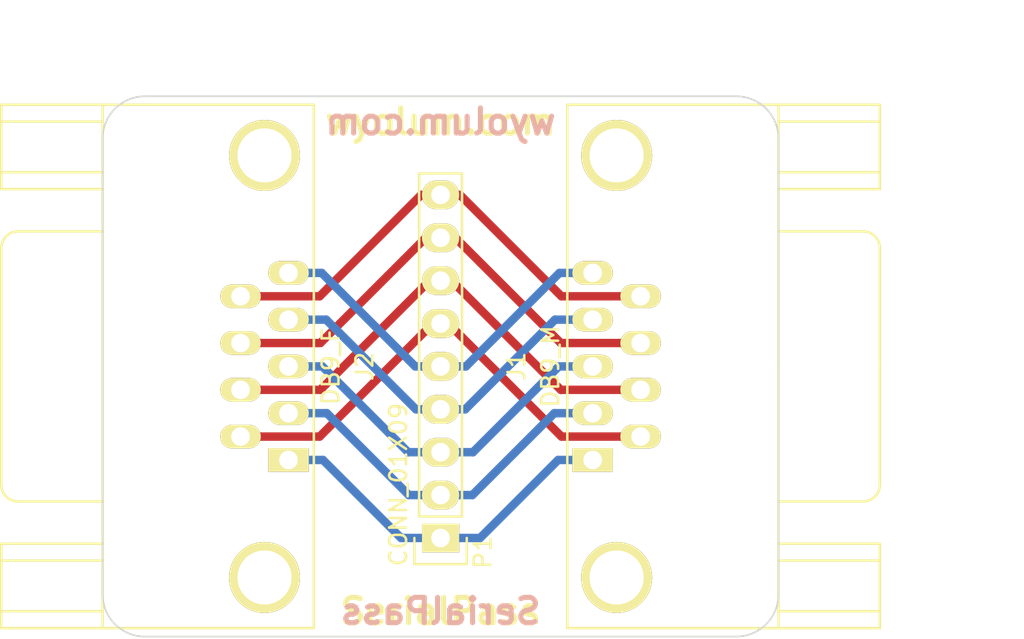
<source format=kicad_pcb>
(kicad_pcb (version 4) (host pcbnew 0.201503050816+5478~22~ubuntu14.10.1-product)

  (general
    (links 18)
    (no_connects 0)
    (area 13.670999 14.65 76.000001 52.050001)
    (thickness 1.6)
    (drawings 14)
    (tracks 56)
    (zones 0)
    (modules 3)
    (nets 10)
  )

  (page A4)
  (layers
    (0 F.Cu signal)
    (31 B.Cu signal)
    (32 B.Adhes user)
    (33 F.Adhes user)
    (34 B.Paste user)
    (35 F.Paste user)
    (36 B.SilkS user)
    (37 F.SilkS user)
    (38 B.Mask user)
    (39 F.Mask user)
    (40 Dwgs.User user)
    (41 Cmts.User user)
    (42 Eco1.User user)
    (43 Eco2.User user)
    (44 Edge.Cuts user)
    (45 Margin user)
    (46 B.CrtYd user)
    (47 F.CrtYd user)
    (48 B.Fab user)
    (49 F.Fab user)
  )

  (setup
    (last_trace_width 0.5)
    (user_trace_width 0.5)
    (user_trace_width 1)
    (user_trace_width 1.5)
    (user_trace_width 2)
    (trace_clearance 0.254)
    (zone_clearance 0.508)
    (zone_45_only no)
    (trace_min 0.254)
    (segment_width 0.2)
    (edge_width 0.1)
    (via_size 0.889)
    (via_drill 0.635)
    (via_min_size 0.889)
    (via_min_drill 0.508)
    (uvia_size 0.508)
    (uvia_drill 0.127)
    (uvias_allowed no)
    (uvia_min_size 0.508)
    (uvia_min_drill 0.127)
    (pcb_text_width 0.3)
    (pcb_text_size 1.5 1.5)
    (mod_edge_width 0.15)
    (mod_text_size 1 1)
    (mod_text_width 0.15)
    (pad_size 1.5 1.5)
    (pad_drill 0.6)
    (pad_to_mask_clearance 0)
    (aux_axis_origin 0 0)
    (visible_elements 7FFFFFFF)
    (pcbplotparams
      (layerselection 0x010f0_80000001)
      (usegerberextensions false)
      (excludeedgelayer false)
      (linewidth 0.100000)
      (plotframeref false)
      (viasonmask false)
      (mode 1)
      (useauxorigin false)
      (hpglpennumber 1)
      (hpglpenspeed 20)
      (hpglpendiameter 15)
      (hpglpenoverlay 2)
      (psnegative false)
      (psa4output false)
      (plotreference true)
      (plotvalue true)
      (plotinvisibletext false)
      (padsonsilk false)
      (subtractmaskfromsilk false)
      (outputformat 1)
      (mirror false)
      (drillshape 0)
      (scaleselection 1)
      (outputdirectory gerber/))
  )

  (net 0 "")
  (net 1 "Net-(J1-Pad1)")
  (net 2 "Net-(J1-Pad2)")
  (net 3 "Net-(J1-Pad3)")
  (net 4 "Net-(J1-Pad4)")
  (net 5 "Net-(J1-Pad5)")
  (net 6 "Net-(J1-Pad6)")
  (net 7 "Net-(J1-Pad7)")
  (net 8 "Net-(J1-Pad8)")
  (net 9 "Net-(J1-Pad9)")

  (net_class Default "This is the default net class."
    (clearance 0.254)
    (trace_width 0.254)
    (via_dia 0.889)
    (via_drill 0.635)
    (uvia_dia 0.508)
    (uvia_drill 0.127)
  )

  (net_class 0.5 ""
    (clearance 0.254)
    (trace_width 0.5)
    (via_dia 0.889)
    (via_drill 0.635)
    (uvia_dia 0.508)
    (uvia_drill 0.127)
  )

  (net_class 1.0 ""
    (clearance 0.254)
    (trace_width 1)
    (via_dia 0.889)
    (via_drill 0.635)
    (uvia_dia 0.508)
    (uvia_drill 0.127)
    (add_net "Net-(J1-Pad1)")
    (add_net "Net-(J1-Pad2)")
    (add_net "Net-(J1-Pad3)")
    (add_net "Net-(J1-Pad4)")
    (add_net "Net-(J1-Pad5)")
    (add_net "Net-(J1-Pad6)")
    (add_net "Net-(J1-Pad7)")
    (add_net "Net-(J1-Pad8)")
    (add_net "Net-(J1-Pad9)")
  )

  (net_class 1.5 ""
    (clearance 0.254)
    (trace_width 1.5)
    (via_dia 0.889)
    (via_drill 0.635)
    (uvia_dia 0.508)
    (uvia_drill 0.127)
  )

  (module serialpass:Pin_Header_Straight_1x09 (layer F.Cu) (tedit 5501E042) (tstamp 5501DB1A)
    (at 40 36 180)
    (descr "Through hole pin header")
    (tags "pin header")
    (path /5501C716)
    (fp_text reference P1 (at -2.5 -11 270) (layer F.SilkS)
      (effects (font (size 1 1) (thickness 0.15)))
    )
    (fp_text value CONN_01X09 (at 2.5 -7 270) (layer F.SilkS)
      (effects (font (size 1 1) (thickness 0.15)))
    )
    (fp_line (start -1.75 -11.91) (end -1.75 11.94) (layer F.CrtYd) (width 0.05))
    (fp_line (start 1.75 -11.91) (end 1.75 11.94) (layer F.CrtYd) (width 0.05))
    (fp_line (start -1.75 -11.91) (end 1.75 -11.91) (layer F.CrtYd) (width 0.05))
    (fp_line (start -1.75 11.94) (end 1.75 11.94) (layer F.CrtYd) (width 0.05))
    (fp_line (start 1.27 -8.89) (end 1.27 11.43) (layer F.SilkS) (width 0.15))
    (fp_line (start 1.27 11.43) (end -1.27 11.43) (layer F.SilkS) (width 0.15))
    (fp_line (start -1.27 11.43) (end -1.27 -8.89) (layer F.SilkS) (width 0.15))
    (fp_line (start 1.55 -11.71) (end 1.55 -10.16) (layer F.SilkS) (width 0.15))
    (fp_line (start 1.27 -8.89) (end -1.27 -8.89) (layer F.SilkS) (width 0.15))
    (fp_line (start -1.55 -10.16) (end -1.55 -11.71) (layer F.SilkS) (width 0.15))
    (fp_line (start -1.55 -11.71) (end 1.55 -11.71) (layer F.SilkS) (width 0.15))
    (pad 1 thru_hole rect (at 0 -10.16 180) (size 2.2 1.7) (drill 1.1) (layers *.Cu *.Mask F.SilkS)
      (net 1 "Net-(J1-Pad1)"))
    (pad 2 thru_hole oval (at 0 -7.62 180) (size 2.2 1.7) (drill 1.1) (layers *.Cu *.Mask F.SilkS)
      (net 2 "Net-(J1-Pad2)"))
    (pad 3 thru_hole oval (at 0 -5.08 180) (size 2.2 1.7) (drill 1.1) (layers *.Cu *.Mask F.SilkS)
      (net 3 "Net-(J1-Pad3)"))
    (pad 4 thru_hole oval (at 0 -2.54 180) (size 2.2 1.7) (drill 1.1) (layers *.Cu *.Mask F.SilkS)
      (net 4 "Net-(J1-Pad4)"))
    (pad 5 thru_hole oval (at 0 0 180) (size 2.2 1.7) (drill 1.1) (layers *.Cu *.Mask F.SilkS)
      (net 5 "Net-(J1-Pad5)"))
    (pad 6 thru_hole oval (at 0 2.54 180) (size 2.2 1.7) (drill 1.1) (layers *.Cu *.Mask F.SilkS)
      (net 6 "Net-(J1-Pad6)"))
    (pad 7 thru_hole oval (at 0 5.08 180) (size 2.2 1.7) (drill 1.1) (layers *.Cu *.Mask F.SilkS)
      (net 7 "Net-(J1-Pad7)"))
    (pad 8 thru_hole oval (at 0 7.62 180) (size 2.2 1.7) (drill 1.1) (layers *.Cu *.Mask F.SilkS)
      (net 8 "Net-(J1-Pad8)"))
    (pad 9 thru_hole oval (at 0 10.16 180) (size 2.2 1.7) (drill 1.1) (layers *.Cu *.Mask F.SilkS)
      (net 9 "Net-(J1-Pad9)"))
    (model Pin_Headers.3dshapes/Pin_Header_Straight_1x09.wrl
      (at (xyz 0 -0.4 0))
      (scale (xyz 1 1 1))
      (rotate (xyz 0 0 90))
    )
  )

  (module serialpass:DB9FC (layer F.Cu) (tedit 5501E048) (tstamp 5501D745)
    (at 31 36 270)
    (descr "Connecteur DB9 male couche")
    (tags "CONN DB9")
    (path /5501C656)
    (fp_text reference J2 (at 0 -4.5 270) (layer F.SilkS)
      (effects (font (size 1 1) (thickness 0.15)))
    )
    (fp_text value DB9_F (at 0 -2.5 270) (layer F.SilkS)
      (effects (font (size 1 1) (thickness 0.15)))
    )
    (fp_line (start -7 17) (end 0 17) (layer F.SilkS) (width 0.15))
    (fp_line (start -8 16) (end -8 11) (layer F.SilkS) (width 0.15))
    (fp_line (start 7 17) (end 0 17) (layer F.SilkS) (width 0.15))
    (fp_line (start 8 16) (end 8 11) (layer F.SilkS) (width 0.15))
    (fp_arc (start 7 16) (end 8 16) (angle 90) (layer F.SilkS) (width 0.15))
    (fp_arc (start -7 16) (end -7 17) (angle 90) (layer F.SilkS) (width 0.15))
    (fp_line (start -11.5 11) (end -11.5 17) (layer F.SilkS) (width 0.15))
    (fp_line (start -14.5 17) (end -14.5 11) (layer F.SilkS) (width 0.15))
    (fp_line (start 14.5 17) (end 14.5 11) (layer F.SilkS) (width 0.15))
    (fp_line (start 11.5 17) (end 11.5 11) (layer F.SilkS) (width 0.15))
    (fp_line (start 15.5 11) (end 15.5 17) (layer F.SilkS) (width 0.15))
    (fp_line (start 15.5 17) (end 10.5 17) (layer F.SilkS) (width 0.15))
    (fp_line (start 10.5 17) (end 10.5 11) (layer F.SilkS) (width 0.15))
    (fp_line (start -15.5 11) (end -15.5 17) (layer F.SilkS) (width 0.15))
    (fp_line (start -15.5 17) (end -10.5 17) (layer F.SilkS) (width 0.15))
    (fp_line (start -10.5 17) (end -10.5 11) (layer F.SilkS) (width 0.15))
    (fp_line (start -15.5 -1.5) (end 0 -1.5) (layer F.SilkS) (width 0.15))
    (fp_line (start 0 -1.5) (end 15.5 -1.5) (layer F.SilkS) (width 0.15))
    (fp_line (start 15.5 -1.5) (end 15.5 11) (layer F.SilkS) (width 0.15))
    (fp_line (start -15.5 11) (end -15.5 -1.5) (layer F.SilkS) (width 0.15))
    (fp_line (start 0 11) (end 15.5 11) (layer F.SilkS) (width 0.15))
    (fp_line (start 0 11) (end -15.5 11) (layer F.SilkS) (width 0.15))
    (pad "" thru_hole circle (at 12.5 1.42 270) (size 4.2 4.2) (drill 3.2) (layers *.Cu *.Mask F.SilkS))
    (pad "" thru_hole circle (at -12.5 1.42 270) (size 4.2 4.2) (drill 3.2) (layers *.Cu *.Mask F.SilkS))
    (pad 1 thru_hole rect (at 5.54 0 270) (size 1.4 2.4) (drill 1.1) (layers *.Cu *.Mask F.SilkS)
      (net 1 "Net-(J1-Pad1)"))
    (pad 2 thru_hole oval (at 2.77 0 270) (size 1.4 2.4) (drill 1.1) (layers *.Cu *.Mask F.SilkS)
      (net 2 "Net-(J1-Pad2)"))
    (pad 3 thru_hole oval (at 0 0 270) (size 1.4 2.4) (drill 1.1) (layers *.Cu *.Mask F.SilkS)
      (net 3 "Net-(J1-Pad3)"))
    (pad 4 thru_hole oval (at -2.77 0 270) (size 1.4 2.4) (drill 1.1) (layers *.Cu *.Mask F.SilkS)
      (net 4 "Net-(J1-Pad4)"))
    (pad 5 thru_hole oval (at -5.54 0 270) (size 1.4 2.4) (drill 1.1) (layers *.Cu *.Mask F.SilkS)
      (net 5 "Net-(J1-Pad5)"))
    (pad 9 thru_hole oval (at -4.155 2.84 270) (size 1.4 2.4) (drill 1.1) (layers *.Cu *.Mask F.SilkS)
      (net 9 "Net-(J1-Pad9)"))
    (pad 8 thru_hole oval (at -1.385 2.84 270) (size 1.4 2.4) (drill 1.1) (layers *.Cu *.Mask F.SilkS)
      (net 8 "Net-(J1-Pad8)"))
    (pad 7 thru_hole oval (at 1.385 2.84 270) (size 1.4 2.4) (drill 1.1) (layers *.Cu *.Mask F.SilkS)
      (net 7 "Net-(J1-Pad7)"))
    (pad 6 thru_hole oval (at 4.155 2.84 270) (size 1.4 2.4) (drill 1.1) (layers *.Cu *.Mask F.SilkS)
      (net 6 "Net-(J1-Pad6)"))
    (model Connect.3dshapes/DB9MC.wrl
      (at (xyz 0 0 0))
      (scale (xyz 1 1 1))
      (rotate (xyz 0 0 0))
    )
  )

  (module serialpass:DB9MC (layer F.Cu) (tedit 5501E04D) (tstamp 5501D744)
    (at 49 36 90)
    (descr "Connecteur DB9 male couche")
    (tags "CONN DB9")
    (path /5501C5AB)
    (fp_text reference J1 (at 0 -4.5 90) (layer F.SilkS)
      (effects (font (size 1 1) (thickness 0.15)))
    )
    (fp_text value DB9_M (at 0 -2.5 90) (layer F.SilkS)
      (effects (font (size 1 1) (thickness 0.15)))
    )
    (fp_line (start -7 17) (end 0 17) (layer F.SilkS) (width 0.15))
    (fp_line (start -8 16) (end -8 11) (layer F.SilkS) (width 0.15))
    (fp_line (start 7 17) (end 0 17) (layer F.SilkS) (width 0.15))
    (fp_line (start 8 16) (end 8 11) (layer F.SilkS) (width 0.15))
    (fp_arc (start 7 16) (end 8 16) (angle 90) (layer F.SilkS) (width 0.15))
    (fp_arc (start -7 16) (end -7 17) (angle 90) (layer F.SilkS) (width 0.15))
    (fp_line (start -11.5 11) (end -11.5 17) (layer F.SilkS) (width 0.15))
    (fp_line (start -14.5 17) (end -14.5 11) (layer F.SilkS) (width 0.15))
    (fp_line (start 14.5 17) (end 14.5 11) (layer F.SilkS) (width 0.15))
    (fp_line (start 11.5 17) (end 11.5 11) (layer F.SilkS) (width 0.15))
    (fp_line (start 15.5 11) (end 15.5 17) (layer F.SilkS) (width 0.15))
    (fp_line (start 15.5 17) (end 10.5 17) (layer F.SilkS) (width 0.15))
    (fp_line (start 10.5 17) (end 10.5 11) (layer F.SilkS) (width 0.15))
    (fp_line (start -15.5 11) (end -15.5 17) (layer F.SilkS) (width 0.15))
    (fp_line (start -15.5 17) (end -10.5 17) (layer F.SilkS) (width 0.15))
    (fp_line (start -10.5 17) (end -10.5 11) (layer F.SilkS) (width 0.15))
    (fp_line (start -15.5 -1.5) (end 0 -1.5) (layer F.SilkS) (width 0.15))
    (fp_line (start 0 -1.5) (end 15.5 -1.5) (layer F.SilkS) (width 0.15))
    (fp_line (start 15.5 -1.5) (end 15.5 11) (layer F.SilkS) (width 0.15))
    (fp_line (start -15.5 11) (end -15.5 -1.5) (layer F.SilkS) (width 0.15))
    (fp_line (start 0 11) (end 15.5 11) (layer F.SilkS) (width 0.15))
    (fp_line (start 0 11) (end -15.5 11) (layer F.SilkS) (width 0.15))
    (pad "" thru_hole circle (at 12.5 1.42 90) (size 4.2 4.2) (drill 3.2) (layers *.Cu *.Mask F.SilkS))
    (pad "" thru_hole circle (at -12.5 1.42 90) (size 4.2 4.2) (drill 3.2) (layers *.Cu *.Mask F.SilkS))
    (pad 5 thru_hole oval (at 5.54 0 90) (size 1.4 2.4) (drill 1.1) (layers *.Cu *.Mask F.SilkS)
      (net 5 "Net-(J1-Pad5)"))
    (pad 4 thru_hole oval (at 2.77 0 90) (size 1.4 2.4) (drill 1.1) (layers *.Cu *.Mask F.SilkS)
      (net 4 "Net-(J1-Pad4)"))
    (pad 3 thru_hole oval (at 0 0 90) (size 1.4 2.4) (drill 1.1) (layers *.Cu *.Mask F.SilkS)
      (net 3 "Net-(J1-Pad3)"))
    (pad 2 thru_hole oval (at -2.77 0 90) (size 1.4 2.4) (drill 1.1) (layers *.Cu *.Mask F.SilkS)
      (net 2 "Net-(J1-Pad2)"))
    (pad 1 thru_hole rect (at -5.54 0 90) (size 1.4 2.4) (drill 1.1) (layers *.Cu *.Mask F.SilkS)
      (net 1 "Net-(J1-Pad1)"))
    (pad 6 thru_hole oval (at -4.155 2.84 90) (size 1.4 2.4) (drill 1.1) (layers *.Cu *.Mask F.SilkS)
      (net 6 "Net-(J1-Pad6)"))
    (pad 7 thru_hole oval (at -1.385 2.84 90) (size 1.4 2.4) (drill 1.1) (layers *.Cu *.Mask F.SilkS)
      (net 7 "Net-(J1-Pad7)"))
    (pad 8 thru_hole oval (at 1.385 2.84 90) (size 1.4 2.4) (drill 1.1) (layers *.Cu *.Mask F.SilkS)
      (net 8 "Net-(J1-Pad8)"))
    (pad 9 thru_hole oval (at 4.155 2.84 90) (size 1.4 2.4) (drill 1.1) (layers *.Cu *.Mask F.SilkS)
      (net 9 "Net-(J1-Pad9)"))
    (model Connect.3dshapes/DB9MC.wrl
      (at (xyz 0 0 0))
      (scale (xyz 1 1 1))
      (rotate (xyz 0 0 0))
    )
  )

  (dimension 32 (width 0.3) (layer Dwgs.User)
    (gr_text "32 mm" (at 71.85 36 270) (layer Dwgs.User)
      (effects (font (size 1.5 1.5) (thickness 0.3)))
    )
    (feature1 (pts (xy 60 52) (xy 73.2 52)))
    (feature2 (pts (xy 60 20) (xy 73.2 20)))
    (crossbar (pts (xy 70.5 20) (xy 70.5 52)))
    (arrow1a (pts (xy 70.5 52) (xy 69.913579 50.873496)))
    (arrow1b (pts (xy 70.5 52) (xy 71.086421 50.873496)))
    (arrow2a (pts (xy 70.5 20) (xy 69.913579 21.126504)))
    (arrow2b (pts (xy 70.5 20) (xy 71.086421 21.126504)))
  )
  (dimension 40 (width 0.3) (layer Dwgs.User)
    (gr_text "40 mm" (at 40 16.15) (layer Dwgs.User)
      (effects (font (size 1.5 1.5) (thickness 0.3)))
    )
    (feature1 (pts (xy 60 20) (xy 60 14.8)))
    (feature2 (pts (xy 20 20) (xy 20 14.8)))
    (crossbar (pts (xy 20 17.5) (xy 60 17.5)))
    (arrow1a (pts (xy 60 17.5) (xy 58.873496 18.086421)))
    (arrow1b (pts (xy 60 17.5) (xy 58.873496 16.913579)))
    (arrow2a (pts (xy 20 17.5) (xy 21.126504 18.086421)))
    (arrow2b (pts (xy 20 17.5) (xy 21.126504 16.913579)))
  )
  (gr_line (start 60 22.5) (end 60 49.5) (angle 90) (layer Edge.Cuts) (width 0.1))
  (gr_line (start 22.5 20) (end 57.5 20) (angle 90) (layer Edge.Cuts) (width 0.1))
  (gr_line (start 20 49.5) (end 20 22.5) (angle 90) (layer Edge.Cuts) (width 0.1))
  (gr_line (start 57.5 52) (end 22.5 52) (angle 90) (layer Edge.Cuts) (width 0.1))
  (gr_arc (start 57.5 22.5) (end 57.5 20) (angle 90) (layer Edge.Cuts) (width 0.1))
  (gr_arc (start 57.5 49.5) (end 60 49.5) (angle 90) (layer Edge.Cuts) (width 0.1))
  (gr_arc (start 22.5 49.5) (end 22.5 52) (angle 90) (layer Edge.Cuts) (width 0.1))
  (gr_arc (start 22.5 22.5) (end 20 22.5) (angle 90) (layer Edge.Cuts) (width 0.1))
  (gr_text SerialPass (at 40 50.5) (layer F.SilkS)
    (effects (font (size 1.5 1.5) (thickness 0.3)))
  )
  (gr_text SerialPass (at 40 50.5) (layer B.SilkS)
    (effects (font (size 1.5 1.5) (thickness 0.3)) (justify mirror))
  )
  (gr_text wyolum.com (at 40 21.5) (layer B.SilkS)
    (effects (font (size 1.5 1.5) (thickness 0.3)) (justify mirror))
  )
  (gr_text wyolum.com (at 40 21.5) (layer F.SilkS)
    (effects (font (size 1.5 1.5) (thickness 0.3)))
  )

  (segment (start 49 41.54) (end 46.96 41.54) (width 0.5) (layer B.Cu) (net 1))
  (segment (start 42.34 46.16) (end 40 46.16) (width 0.5) (layer B.Cu) (net 1) (tstamp 5501E6F0))
  (segment (start 46.96 41.54) (end 42.34 46.16) (width 0.5) (layer B.Cu) (net 1) (tstamp 5501E6EF))
  (segment (start 31 41.54) (end 33.04 41.54) (width 0.5) (layer B.Cu) (net 1))
  (segment (start 37.66 46.16) (end 40 46.16) (width 0.5) (layer B.Cu) (net 1) (tstamp 5501E6C4))
  (segment (start 33.04 41.54) (end 37.66 46.16) (width 0.5) (layer B.Cu) (net 1) (tstamp 5501E6C3))
  (segment (start 49 38.77) (end 46.73 38.77) (width 0.5) (layer B.Cu) (net 2))
  (segment (start 41.88 43.62) (end 40 43.62) (width 0.5) (layer B.Cu) (net 2) (tstamp 5501E6EC))
  (segment (start 46.73 38.77) (end 41.88 43.62) (width 0.5) (layer B.Cu) (net 2) (tstamp 5501E6EB))
  (segment (start 31 38.77) (end 33.27 38.77) (width 0.5) (layer B.Cu) (net 2))
  (segment (start 38.12 43.62) (end 40 43.62) (width 0.5) (layer B.Cu) (net 2) (tstamp 5501E6C9))
  (segment (start 33.27 38.77) (end 38.12 43.62) (width 0.5) (layer B.Cu) (net 2) (tstamp 5501E6C8))
  (segment (start 49 36) (end 47 36) (width 0.5) (layer B.Cu) (net 3))
  (segment (start 41.92 41.08) (end 40 41.08) (width 0.5) (layer B.Cu) (net 3) (tstamp 5501E6E8))
  (segment (start 47 36) (end 41.92 41.08) (width 0.5) (layer B.Cu) (net 3) (tstamp 5501E6E7))
  (segment (start 31 36) (end 33 36) (width 0.5) (layer B.Cu) (net 3))
  (segment (start 38.08 41.08) (end 40 41.08) (width 0.5) (layer B.Cu) (net 3) (tstamp 5501E6CF))
  (segment (start 33 36) (end 38.08 41.08) (width 0.5) (layer B.Cu) (net 3) (tstamp 5501E6CE))
  (segment (start 49 33.23) (end 46.77 33.23) (width 0.5) (layer B.Cu) (net 4))
  (segment (start 41.46 38.54) (end 40 38.54) (width 0.5) (layer B.Cu) (net 4) (tstamp 5501E6E4))
  (segment (start 46.77 33.23) (end 41.46 38.54) (width 0.5) (layer B.Cu) (net 4) (tstamp 5501E6E3))
  (segment (start 31 33.23) (end 33.23 33.23) (width 0.5) (layer B.Cu) (net 4))
  (segment (start 38.54 38.54) (end 40 38.54) (width 0.5) (layer B.Cu) (net 4) (tstamp 5501E6D8))
  (segment (start 33.23 33.23) (end 38.54 38.54) (width 0.5) (layer B.Cu) (net 4) (tstamp 5501E6D7))
  (segment (start 49 30.46) (end 47.04 30.46) (width 0.5) (layer B.Cu) (net 5))
  (segment (start 41.5 36) (end 40 36) (width 0.5) (layer B.Cu) (net 5) (tstamp 5501E6E0))
  (segment (start 47.04 30.46) (end 41.5 36) (width 0.5) (layer B.Cu) (net 5) (tstamp 5501E6DF))
  (segment (start 31 30.46) (end 32.96 30.46) (width 0.5) (layer B.Cu) (net 5))
  (segment (start 32.96 30.46) (end 38.5 36) (width 0.5) (layer B.Cu) (net 5) (tstamp 5501E6DB))
  (segment (start 38.5 36) (end 40 36) (width 0.5) (layer B.Cu) (net 5) (tstamp 5501E6DC))
  (segment (start 49 30.46) (end 48.04 30.46) (width 0.5) (layer B.Cu) (net 5))
  (segment (start 31 30.46) (end 31.96 30.46) (width 0.5) (layer B.Cu) (net 5))
  (segment (start 51.84 40.155) (end 47.155 40.155) (width 0.5) (layer F.Cu) (net 6))
  (segment (start 47.155 40.155) (end 40.46 33.46) (width 0.5) (layer F.Cu) (net 6) (tstamp 5501E697))
  (segment (start 40.46 33.46) (end 40 33.46) (width 0.5) (layer F.Cu) (net 6) (tstamp 5501E698))
  (segment (start 28.16 40.155) (end 32.845 40.155) (width 0.5) (layer F.Cu) (net 6))
  (segment (start 32.845 40.155) (end 39.54 33.46) (width 0.5) (layer F.Cu) (net 6) (tstamp 5501E691))
  (segment (start 39.54 33.46) (end 40 33.46) (width 0.5) (layer F.Cu) (net 6) (tstamp 5501E692))
  (segment (start 28.16 37.385) (end 32.885 37.385) (width 0.5) (layer F.Cu) (net 7))
  (segment (start 32.885 37.385) (end 39.35 30.92) (width 0.5) (layer F.Cu) (net 7) (tstamp 5501E6A1))
  (segment (start 39.35 30.92) (end 40 30.92) (width 0.5) (layer F.Cu) (net 7) (tstamp 5501E6A2))
  (segment (start 51.84 37.385) (end 47.115 37.385) (width 0.5) (layer F.Cu) (net 7))
  (segment (start 47.115 37.385) (end 40.65 30.92) (width 0.5) (layer F.Cu) (net 7) (tstamp 5501E69B))
  (segment (start 40.65 30.92) (end 40 30.92) (width 0.5) (layer F.Cu) (net 7) (tstamp 5501E69C))
  (segment (start 51.84 34.615) (end 47.115 34.615) (width 0.5) (layer F.Cu) (net 8))
  (segment (start 47.115 34.615) (end 40.88 28.38) (width 0.5) (layer F.Cu) (net 8) (tstamp 5501E6A9))
  (segment (start 40.88 28.38) (end 40 28.38) (width 0.5) (layer F.Cu) (net 8) (tstamp 5501E6AA))
  (segment (start 28.16 34.615) (end 32.885 34.615) (width 0.5) (layer F.Cu) (net 8))
  (segment (start 32.885 34.615) (end 39.12 28.38) (width 0.5) (layer F.Cu) (net 8) (tstamp 5501E6A5))
  (segment (start 39.12 28.38) (end 40 28.38) (width 0.5) (layer F.Cu) (net 8) (tstamp 5501E6A6))
  (segment (start 51.84 31.845) (end 47.155 31.845) (width 0.5) (layer F.Cu) (net 9))
  (segment (start 41.15 25.84) (end 40 25.84) (width 0.5) (layer F.Cu) (net 9) (tstamp 5501E6B3))
  (segment (start 47.155 31.845) (end 41.15 25.84) (width 0.5) (layer F.Cu) (net 9) (tstamp 5501E6B2))
  (segment (start 28.16 31.845) (end 32.845 31.845) (width 0.5) (layer F.Cu) (net 9))
  (segment (start 38.85 25.84) (end 40 25.84) (width 0.5) (layer F.Cu) (net 9) (tstamp 5501E6AF))
  (segment (start 32.845 31.845) (end 38.85 25.84) (width 0.5) (layer F.Cu) (net 9) (tstamp 5501E6AE))

)

</source>
